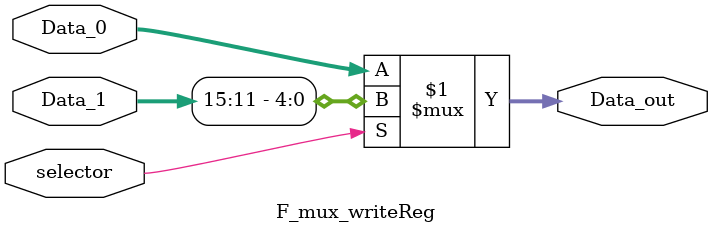
<source format=v>
module F_mux_writeReg (
    input wire selector,
    input wire [4:0] Data_0,
    input wire [15:0] Data_1,
    output wire [4:0] Data_out
);

    assign Data_out = (selector) ? Data_1[15:11] : Data_0;

endmodule
</source>
